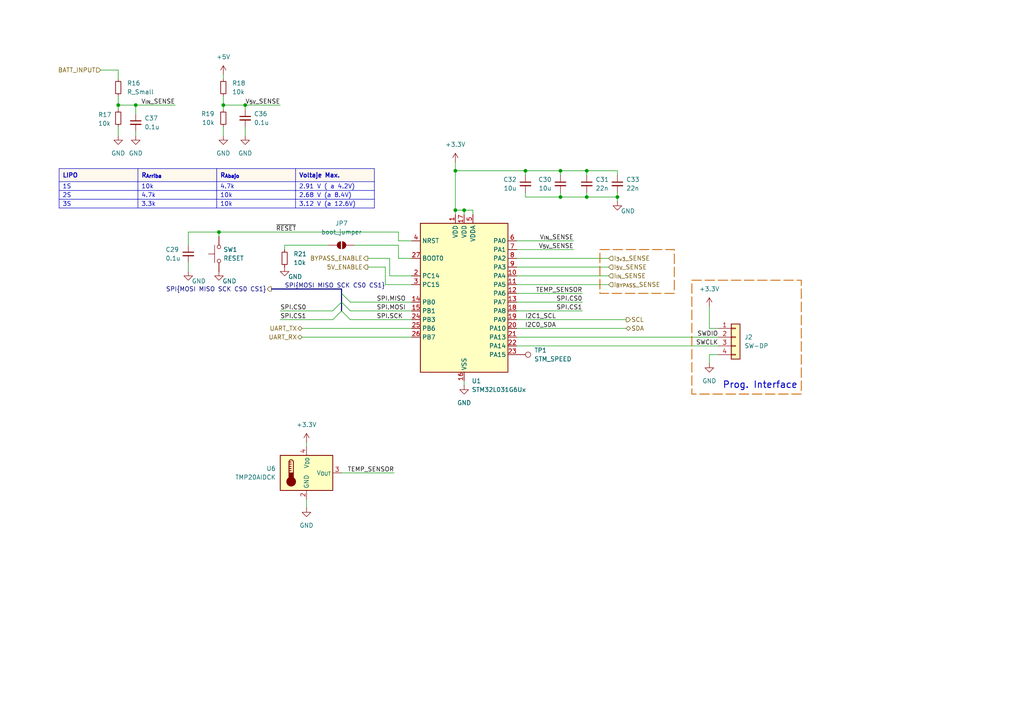
<source format=kicad_sch>
(kicad_sch (version 20250114) (generator "eeschema") (generator_version "9.0")
  (paper "A4")
  (lib_symbols
    (symbol "Connector:TestPoint" (pin_numbers (hide yes)) (pin_names (offset 0.762) (hide yes))
      (property "Reference" "TP" (at 0 6.858 0))
      (property "Value" "TestPoint" (at 0 5.08 0))
      (symbol "TestPoint_0_1"
        (circle (center 0 3.302) (radius 0.762))
      )
      (symbol "TestPoint_1_1"
        (pin passive line (at 0 0 90) (length 2.54) (name "1") (number "1"))
      )
    )
    (symbol "Connector_Generic:Conn_01x04" (pin_names (offset 1.016) (hide yes))
      (property "Reference" "J" (at 0 5.08 0))
      (property "Value" "Conn_01x04" (at 0 -7.62 0))
      (symbol "Conn_01x04_1_1"
        (rectangle (start -1.27 3.81) (end 1.27 -6.35) (stroke (width 0.254)) (fill (type background)))
        (rectangle (start -1.27 2.667) (end 0 2.413) (stroke (width 0.1524)))
        (rectangle (start -1.27 0.127) (end 0 -0.127) (stroke (width 0.1524)))
        (rectangle (start -1.27 -2.413) (end 0 -2.667) (stroke (width 0.1524)))
        (rectangle (start -1.27 -4.953) (end 0 -5.207) (stroke (width 0.1524)))
        (pin passive line (at -5.08 2.54 0) (length 3.81) (name "Pin_1") (number "1"))
        (pin passive line (at -5.08 0 0) (length 3.81) (name "Pin_2") (number "2"))
        (pin passive line (at -5.08 -2.54 0) (length 3.81) (name "Pin_3") (number "3"))
        (pin passive line (at -5.08 -5.08 0) (length 3.81) (name "Pin_4") (number "4"))
      )
    )
    (symbol "Device:C_Small" (pin_numbers (hide yes)) (pin_names (offset 0.254) (hide yes))
      (property "Reference" "C" (at 0.254 1.778 0))
      (property "Value" "C_Small" (at 0.254 -2.032 0))
      (symbol "C_Small_0_1"
        (polyline (pts (xy -1.524 0.508) (xy 1.524 0.508)) (stroke (width 0.3048)))
        (polyline (pts (xy -1.524 -0.508) (xy 1.524 -0.508)) (stroke (width 0.3302)))
      )
      (symbol "C_Small_1_1"
        (pin passive line (at 0 2.54 270) (length 2.032) (name "~") (number "1"))
        (pin passive line (at 0 -2.54 90) (length 2.032) (name "~") (number "2"))
      )
    )
    (symbol "Device:R_Small" (pin_numbers (hide yes)) (pin_names (offset 0.254) (hide yes))
      (property "Reference" "R" (at 0.762 0.508 0))
      (property "Value" "R_Small" (at 0.762 -1.016 0))
      (symbol "R_Small_0_1"
        (rectangle (start -0.762 1.778) (end 0.762 -1.778) (stroke (width 0.2032)))
      )
      (symbol "R_Small_1_1"
        (pin passive line (at 0 2.54 270) (length 0.762) (name "~") (number "1"))
        (pin passive line (at 0 -2.54 90) (length 0.762) (name "~") (number "2"))
      )
    )
    (symbol "Jumper:SolderJumper_2_Open" (pin_numbers (hide yes)) (pin_names (offset 0) (hide yes)) (exclude_from_sim yes) (in_bom no)
      (property "Reference" "JP" (at 0 2.032 0))
      (property "Value" "SolderJumper_2_Open" (at 0 -2.54 0))
      (symbol "SolderJumper_2_Open_0_1"
        (polyline (pts (xy -0.254 1.016) (xy -0.254 -1.016)))
        (arc (start -0.254 -1.016) (mid -1.2656 0) (end -0.254 1.016))
        (arc (start -0.254 -1.016) (mid -1.2656 0) (end -0.254 1.016) (fill (type outline)))
        (arc (start 0.254 1.016) (mid 1.2656 0) (end 0.254 -1.016))
        (arc (start 0.254 1.016) (mid 1.2656 0) (end 0.254 -1.016) (fill (type outline)))
        (polyline (pts (xy 0.254 1.016) (xy 0.254 -1.016)))
      )
      (symbol "SolderJumper_2_Open_1_1"
        (pin passive line (at -3.81 0 0) (length 2.54) (name "A") (number "1"))
        (pin passive line (at 3.81 0 180) (length 2.54) (name "B") (number "2"))
      )
    )
    (symbol "MCU_ST_STM32L0:STM32L031G6Ux"
      (property "Reference" "U" (at -12.7 24.13 0))
      (property "Value" "STM32L031G6Ux" (at 5.08 24.13 0))
      (symbol "STM32L031G6Ux_0_1"
        (rectangle (start -12.7 -20.32) (end 12.7 22.86) (stroke (width 0.254)) (fill (type background)))
      )
      (symbol "STM32L031G6Ux_1_1"
        (pin input line (at -15.24 17.78 0) (length 2.54) (name "NRST") (number "4"))
        (pin input line (at -15.24 12.7 0) (length 2.54) (name "BOOT0") (number "27"))
        (pin bidirectional line (at -15.24 7.62 0) (length 2.54) (name "PC14") (number "2"))
        (pin bidirectional line (at -15.24 5.08 0) (length 2.54) (name "PC15") (number "3"))
        (pin bidirectional line (at -15.24 0 0) (length 2.54) (name "PB0") (number "14"))
        (pin bidirectional line (at -15.24 -2.54 0) (length 2.54) (name "PB1") (number "15"))
        (pin bidirectional line (at -15.24 -5.08 0) (length 2.54) (name "PB3") (number "24"))
        (pin bidirectional line (at -15.24 -7.62 0) (length 2.54) (name "PB6") (number "25"))
        (pin bidirectional line (at -15.24 -10.16 0) (length 2.54) (name "PB7") (number "26"))
        (pin power_in line (at -2.54 25.4 270) (length 2.54) (name "VDD") (number "1"))
        (pin power_in line (at 0 25.4 270) (length 2.54) (name "VDD") (number "17"))
        (pin power_in line (at 0 -22.86 90) (length 2.54) (name "VSS") (number "16"))
        (pin passive line (at 0 -22.86 90) (length 2.54) (hide yes) (name "VSS") (number "28"))
        (pin power_in line (at 2.54 25.4 270) (length 2.54) (name "VDDA") (number "5"))
        (pin bidirectional line (at 15.24 17.78 180) (length 2.54) (name "PA0") (number "6"))
        (pin bidirectional line (at 15.24 15.24 180) (length 2.54) (name "PA1") (number "7"))
        (pin bidirectional line (at 15.24 12.7 180) (length 2.54) (name "PA2") (number "8"))
        (pin bidirectional line (at 15.24 10.16 180) (length 2.54) (name "PA3") (number "9"))
        (pin bidirectional line (at 15.24 7.62 180) (length 2.54) (name "PA4") (number "10"))
        (pin bidirectional line (at 15.24 5.08 180) (length 2.54) (name "PA5") (number "11"))
        (pin bidirectional line (at 15.24 2.54 180) (length 2.54) (name "PA6") (number "12"))
        (pin bidirectional line (at 15.24 0 180) (length 2.54) (name "PA7") (number "13"))
        (pin bidirectional line (at 15.24 -2.54 180) (length 2.54) (name "PA8") (number "18"))
        (pin bidirectional line (at 15.24 -5.08 180) (length 2.54) (name "PA9") (number "19"))
        (pin bidirectional line (at 15.24 -7.62 180) (length 2.54) (name "PA10") (number "20"))
        (pin bidirectional line (at 15.24 -10.16 180) (length 2.54) (name "PA13") (number "21"))
        (pin bidirectional line (at 15.24 -12.7 180) (length 2.54) (name "PA14") (number "22"))
        (pin bidirectional line (at 15.24 -15.24 180) (length 2.54) (name "PA15") (number "23"))
      )
    )
    (symbol "Sensor_Temperature:TMP20AIDCK"
      (property "Reference" "U" (at -6.35 6.35 0))
      (property "Value" "TMP20AIDCK" (at 1.27 6.35 0))
      (symbol "TMP20AIDCK_0_1"
        (rectangle (start -7.62 5.08) (end 7.62 -5.08) (stroke (width 0.254)) (fill (type background)))
        (polyline (pts (xy -5.08 3.175) (xy -5.08 0)) (stroke (width 0.254)))
        (polyline (pts (xy -5.08 3.175) (xy -4.445 3.175)) (stroke (width 0.254)))
        (polyline (pts (xy -5.08 2.54) (xy -4.445 2.54)) (stroke (width 0.254)))
        (polyline (pts (xy -5.08 1.905) (xy -4.445 1.905)) (stroke (width 0.254)))
        (polyline (pts (xy -5.08 1.27) (xy -4.445 1.27)) (stroke (width 0.254)))
        (polyline (pts (xy -5.08 0.635) (xy -4.445 0.635)) (stroke (width 0.254)))
        (arc (start -5.08 3.175) (mid -4.445 3.8073) (end -3.81 3.175) (stroke (width 0.254)))
        (circle (center -4.445 -2.54) (radius 1.27) (stroke (width 0.254)) (fill (type outline)))
        (polyline (pts (xy -3.81 3.175) (xy -3.81 0)) (stroke (width 0.254)))
        (rectangle (start -3.81 -1.905) (end -5.08 0) (stroke (width 0.254)) (fill (type outline)))
      )
      (symbol "TMP20AIDCK_1_1"
        (pin power_in line (at 0 7.62 270) (length 2.54) (name "V_{DD}") (number "4"))
        (pin power_in line (at 0 -7.62 90) (length 2.54) (name "GND") (number "2"))
        (pin passive line (at 0 -7.62 90) (length 2.54) (hide yes) (name "GND") (number "5"))
        (pin output line (at 10.16 0 180) (length 2.54) (name "V_{OUT}") (number "3"))
        (pin no_connect line (at 10.16 -2.54 180) (length 2.54) (hide yes) (name "NC") (number "1"))
      )
    )
    (symbol "Switch:SW_Push" (pin_numbers (hide yes)) (pin_names (offset 1.016) (hide yes))
      (property "Reference" "SW" (at 1.27 2.54 0))
      (property "Value" "SW_Push" (at 0 -1.524 0))
      (symbol "SW_Push_0_1"
        (circle (center -2.032 0) (radius 0.508))
        (polyline (pts (xy 0 1.27) (xy 0 3.048)))
        (circle (center 2.032 0) (radius 0.508))
        (polyline (pts (xy 2.54 1.27) (xy -2.54 1.27)))
        (pin passive line (at -5.08 0 0) (length 2.54) (name "1") (number "1"))
        (pin passive line (at 5.08 0 180) (length 2.54) (name "2") (number "2"))
      )
    )
    (symbol "power:+3.3V" (power) (pin_numbers (hide yes)) (pin_names (offset 0) (hide yes))
      (property "Value" "+3.3V" (at 0 3.556 0))
      (symbol "+3.3V_0_1"
        (polyline (pts (xy -0.762 1.27) (xy 0 2.54)))
        (polyline (pts (xy 0 2.54) (xy 0.762 1.27)))
        (polyline (pts (xy 0 0) (xy 0 2.54)))
      )
      (symbol "+3.3V_1_1"
        (pin power_in line (at 0 0 90) (length 0) (name "~") (number "1"))
      )
    )
    (symbol "power:+5V" (power) (pin_numbers (hide yes)) (pin_names (offset 0) (hide yes))
      (property "Value" "+5V" (at 0 3.556 0))
      (symbol "+5V_0_1"
        (polyline (pts (xy -0.762 1.27) (xy 0 2.54)))
        (polyline (pts (xy 0 2.54) (xy 0.762 1.27)))
        (polyline (pts (xy 0 0) (xy 0 2.54)))
      )
      (symbol "+5V_1_1"
        (pin power_in line (at 0 0 90) (length 0) (name "~") (number "1"))
      )
    )
    (symbol "power:GND" (power) (pin_numbers (hide yes)) (pin_names (offset 0) (hide yes))
      (property "Value" "GND" (at 0 -3.81 0))
      (symbol "GND_0_1"
        (polyline (pts (xy 0 0) (xy 0 -1.27) (xy 1.27 -1.27) (xy 0 -2.54) (xy -1.27 -1.27) (xy 0 -1.27)))
      )
      (symbol "GND_1_1"
        (pin power_in line (at 0 0 270) (length 0) (name "~") (number "1"))
      )
    )
  )
  (rectangle (start 200.66 81.28) (end 232.41 114.3) (stroke (width 0.254) (type dash) (color 204 102 0 1)))
  (rectangle (start 173.99 72.39) (end 195.58 85.09) (stroke (width 0.254) (type dash) (color 204 102 0 1)))
  (text "Prog. Interface" (at 220.472 111.76 0) (effects (font (size 1.905 1.905) (thickness 0.254) (bold yes))))
  (junction (at 170.18 57.15))
  (junction (at 152.4 49.53))
  (junction (at 64.77 30.48))
  (junction (at 162.56 57.15))
  (junction (at 39.37 30.48))
  (junction (at 63.5 67.31))
  (junction (at 170.18 49.53))
  (junction (at 162.56 49.53))
  (junction (at 71.12 30.48))
  (junction (at 132.08 60.96))
  (junction (at 134.62 60.96))
  (junction (at 179.07 57.15))
  (junction (at 132.08 49.53))
  (junction (at 34.29 30.48))
  (bus_entry (at 99.06 87.63) (size 2.54 2.54))
  (bus_entry (at 96.52 92.71) (size 2.54 -2.54))
  (bus_entry (at 99.06 85.09) (size 2.54 2.54))
  (bus_entry (at 96.52 90.17) (size 2.54 -2.54))
  (bus_entry (at 99.06 90.17) (size 2.54 2.54))
  (wire (pts (xy 137.16 62.23) (xy 137.16 60.96)))
  (wire (pts (xy 39.37 30.48) (xy 50.8 30.48)))
  (wire (pts (xy 71.12 30.48) (xy 71.12 31.75)))
  (wire (pts (xy 54.61 71.12) (xy 54.61 67.31)))
  (wire (pts (xy 134.62 110.49) (xy 134.62 111.76)))
  (wire (pts (xy 132.08 60.96) (xy 132.08 62.23)))
  (wire (pts (xy 137.16 60.96) (xy 134.62 60.96)))
  (wire (pts (xy 149.86 97.79) (xy 208.28 97.79)))
  (wire (pts (xy 132.08 49.53) (xy 152.4 49.53)))
  (wire (pts (xy 208.28 102.87) (xy 205.74 102.87)))
  (wire (pts (xy 179.07 49.53) (xy 179.07 50.8)))
  (wire (pts (xy 149.86 69.85) (xy 166.37 69.85)))
  (wire (pts (xy 88.9 144.78) (xy 88.9 147.32)))
  (wire (pts (xy 115.57 69.85) (xy 115.57 67.31)))
  (wire (pts (xy 87.63 97.79) (xy 119.38 97.79)))
  (wire (pts (xy 149.86 74.93) (xy 176.53 74.93)))
  (wire (pts (xy 134.62 60.96) (xy 132.08 60.96)))
  (wire (pts (xy 111.76 82.55) (xy 119.38 82.55)))
  (wire (pts (xy 96.52 90.17) (xy 81.28 90.17)))
  (wire (pts (xy 162.56 55.88) (xy 162.56 57.15)))
  (wire (pts (xy 132.08 49.53) (xy 132.08 60.96)))
  (wire (pts (xy 82.55 72.39) (xy 82.55 71.12)))
  (wire (pts (xy 170.18 49.53) (xy 179.07 49.53)))
  (wire (pts (xy 149.86 72.39) (xy 166.37 72.39)))
  (wire (pts (xy 39.37 30.48) (xy 39.37 33.02)))
  (wire (pts (xy 113.03 80.01) (xy 113.03 74.93)))
  (wire (pts (xy 102.87 71.12) (xy 115.57 71.12)))
  (wire (pts (xy 149.86 80.01) (xy 176.53 80.01)))
  (wire (pts (xy 149.86 100.33) (xy 208.28 100.33)))
  (bus (pts (xy 99.06 87.63) (xy 99.06 85.09)))
  (wire (pts (xy 71.12 30.48) (xy 81.28 30.48)))
  (wire (pts (xy 54.61 76.2) (xy 54.61 78.74)))
  (wire (pts (xy 64.77 27.94) (xy 64.77 30.48)))
  (wire (pts (xy 149.86 95.25) (xy 181.61 95.25)))
  (wire (pts (xy 34.29 30.48) (xy 39.37 30.48)))
  (wire (pts (xy 87.63 95.25) (xy 119.38 95.25)))
  (wire (pts (xy 64.77 21.59) (xy 64.77 22.86)))
  (wire (pts (xy 208.28 95.25) (xy 205.74 95.25)))
  (wire (pts (xy 64.77 36.83) (xy 64.77 39.37)))
  (wire (pts (xy 106.68 74.93) (xy 113.03 74.93)))
  (wire (pts (xy 34.29 36.83) (xy 34.29 39.37)))
  (wire (pts (xy 29.21 20.32) (xy 34.29 20.32)))
  (wire (pts (xy 152.4 49.53) (xy 162.56 49.53)))
  (wire (pts (xy 101.6 90.17) (xy 119.38 90.17)))
  (wire (pts (xy 71.12 36.83) (xy 71.12 39.37)))
  (wire (pts (xy 34.29 30.48) (xy 34.29 31.75)))
  (wire (pts (xy 149.86 85.09) (xy 168.91 85.09)))
  (wire (pts (xy 170.18 57.15) (xy 179.07 57.15)))
  (wire (pts (xy 39.37 38.1) (xy 39.37 39.37)))
  (wire (pts (xy 99.06 137.16) (xy 114.3 137.16)))
  (wire (pts (xy 64.77 30.48) (xy 64.77 31.75)))
  (wire (pts (xy 162.56 49.53) (xy 170.18 49.53)))
  (wire (pts (xy 115.57 74.93) (xy 119.38 74.93)))
  (wire (pts (xy 88.9 128.27) (xy 88.9 129.54)))
  (wire (pts (xy 64.77 30.48) (xy 71.12 30.48)))
  (wire (pts (xy 152.4 55.88) (xy 152.4 57.15)))
  (wire (pts (xy 81.28 92.71) (xy 96.52 92.71)))
  (wire (pts (xy 149.86 77.47) (xy 176.53 77.47)))
  (wire (pts (xy 101.6 87.63) (xy 119.38 87.63)))
  (wire (pts (xy 170.18 55.88) (xy 170.18 57.15)))
  (wire (pts (xy 106.68 77.47) (xy 111.76 77.47)))
  (wire (pts (xy 115.57 67.31) (xy 63.5 67.31)))
  (wire (pts (xy 34.29 27.94) (xy 34.29 30.48)))
  (bus (pts (xy 99.06 87.63) (xy 99.06 90.17)))
  (wire (pts (xy 115.57 71.12) (xy 115.57 74.93)))
  (wire (pts (xy 54.61 67.31) (xy 63.5 67.31)))
  (wire (pts (xy 205.74 88.9) (xy 205.74 95.25)))
  (wire (pts (xy 63.5 67.31) (xy 63.5 68.58)))
  (wire (pts (xy 134.62 62.23) (xy 134.62 60.96)))
  (wire (pts (xy 119.38 80.01) (xy 113.03 80.01)))
  (wire (pts (xy 179.07 57.15) (xy 179.07 58.42)))
  (wire (pts (xy 170.18 49.53) (xy 170.18 50.8)))
  (wire (pts (xy 149.86 87.63) (xy 168.91 87.63)))
  (bus (pts (xy 78.74 83.82) (xy 99.06 83.82)))
  (wire (pts (xy 119.38 69.85) (xy 115.57 69.85)))
  (wire (pts (xy 179.07 55.88) (xy 179.07 57.15)))
  (wire (pts (xy 101.6 92.71) (xy 119.38 92.71)))
  (wire (pts (xy 34.29 20.32) (xy 34.29 22.86)))
  (wire (pts (xy 152.4 57.15) (xy 162.56 57.15)))
  (wire (pts (xy 111.76 77.47) (xy 111.76 82.55)))
  (wire (pts (xy 149.86 90.17) (xy 168.91 90.17)))
  (wire (pts (xy 152.4 49.53) (xy 152.4 50.8)))
  (wire (pts (xy 149.86 92.71) (xy 181.61 92.71)))
  (bus (pts (xy 99.06 83.82) (xy 99.06 85.09)))
  (wire (pts (xy 205.74 102.87) (xy 205.74 105.41)))
  (wire (pts (xy 162.56 57.15) (xy 170.18 57.15)))
  (wire (pts (xy 132.08 46.99) (xy 132.08 49.53)))
  (wire (pts (xy 82.55 71.12) (xy 95.25 71.12)))
  (wire (pts (xy 162.56 50.8) (xy 162.56 49.53)))
  (wire (pts (xy 149.86 82.55) (xy 176.53 82.55)))
  (table (column_count 4) (border (external yes) (header yes) (stroke (width 0.0254))) (separators (rows yes) (cols yes)) (column_widths 22.86 22.86 22.86 22.86) (row_heights 3.81 2.54 2.54 2.54) (cells (table_cell "LIPO" (at 17.145 48.895 0) (size 22.86 3.81) (margins 0.9525 0.9525 0.9525 0.9525) (span 1 1) (fill (type color) (color 255 235 201 0.33))) (table_cell "R_{Arriba}" (at 40.005 48.895 0) (size 22.86 3.81) (margins 0.9525 0.9525 0.9525 0.9525) (span 1 1) (fill (type color) (color 255 235 201 0.33))) (table_cell "R_{Abajo}" (at 62.865 48.895 0) (size 22.86 3.81) (margins 0.9525 0.9525 0.9525 0.9525) (span 1 1) (fill (type color) (color 255 235 201 0.33))) (table_cell "Voltaje Max." (at 85.725 48.895 0) (size 22.86 3.81) (margins 0.9525 0.9525 0.9525 0.9525) (span 1 1) (fill (type color) (color 255 235 201 0.33))) (table_cell "1S" (at 17.145 52.705 0) (size 22.86 2.54) (margins 0.9525 0.9525 0.9525 0.9525) (span 1 1)) (table_cell "10k" (at 40.005 52.705 0) (size 22.86 2.54) (margins 0.9525 0.9525 0.9525 0.9525) (span 1 1)) (table_cell "4.7k" (at 62.865 52.705 0) (size 22.86 2.54) (margins 0.9525 0.9525 0.9525 0.9525) (span 1 1)) (table_cell "2.91 V ( a 4.2V)" (at 85.725 52.705 0) (size 22.86 2.54) (margins 0.9525 0.9525 0.9525 0.9525) (span 1 1)) (table_cell "2S" (at 17.145 55.245 0) (size 22.86 2.54) (margins 0.9525 0.9525 0.9525 0.9525) (span 1 1)) (table_cell "4.7k" (at 40.005 55.245 0) (size 22.86 2.54) (margins 0.9525 0.9525 0.9525 0.9525) (span 1 1)) (table_cell "10k" (at 62.865 55.245 0) (size 22.86 2.54) (margins 0.9525 0.9525 0.9525 0.9525) (span 1 1)) (table_cell "2.68 V (a 8.4V)" (at 85.725 55.245 0) (size 22.86 2.54) (margins 0.9525 0.9525 0.9525 0.9525) (span 1 1)) (table_cell "3S" (at 17.145 57.785 0) (size 22.86 2.54) (margins 0.9525 0.9525 0.9525 0.9525) (span 1 1)) (table_cell "3.3k" (at 40.005 57.785 0) (size 22.86 2.54) (margins 0.9525 0.9525 0.9525 0.9525) (span 1 1)) (table_cell "10k" (at 62.865 57.785 0) (size 22.86 2.54) (margins 0.9525 0.9525 0.9525 0.9525) (span 1 1)) (table_cell "3.12 V (a 12.6V)" (at 85.725 57.785 0) (size 22.86 2.54) (margins 0.9525 0.9525 0.9525 0.9525) (span 1 1))))
  (label "V_{5V}_SENSE" (at 166.37 72.39 180))
  (label "I2C0_SDA" (at 161.29 95.25 180))
  (label "TEMP_SENSOR" (at 168.91 85.09 180))
  (label "SWCLK" (at 208.28 100.33 180))
  (label "SWDIO" (at 208.28 97.79 180))
  (label "V_{IN}_SENSE" (at 166.37 69.85 180))
  (label "I2C1_SCL" (at 161.29 92.71 180))
  (label "SPI{MOSI MISO SCK CS0 CS1}" (at 82.55 83.82 0))
  (label "SPI.MOSI" (at 109.22 90.17 0))
  (label "TEMP_SENSOR" (at 114.3 137.16 180))
  (label "SPI.MISO" (at 109.22 87.63 0))
  (label "V_{5V}_SENSE" (at 81.28 30.48 180))
  (label "SPI.CS0" (at 168.91 87.63 180))
  (label "SPI.CS0" (at 81.28 90.17 0))
  (label "V_{IN}_SENSE" (at 50.8 30.48 180))
  (label "~{RESET}" (at 80.01 67.31 0))
  (label "SPI.SCK" (at 109.22 92.71 0))
  (label "SPI.CS1" (at 168.91 90.17 180))
  (label "SPI.CS1" (at 81.28 92.71 0))
  (hierarchical_label "I_{IN}_SENSE" (shape input) (at 176.53 80.01 0))
  (hierarchical_label "5V_ENABLE" (shape output) (at 106.68 77.47 180))
  (hierarchical_label "I_{3v3}_SENSE" (shape input) (at 176.53 74.93 0))
  (hierarchical_label "SCL" (shape output) (at 181.61 92.71 0))
  (hierarchical_label "UART_TX" (shape bidirectional) (at 87.63 95.25 180))
  (hierarchical_label "SPI{MOSI MISO SCK CS0 CS1}" (shape output) (at 78.74 83.82 180))
  (hierarchical_label "BATT_INPUT" (shape input) (at 29.21 20.32 180))
  (hierarchical_label "I_{BYPASS}_SENSE" (shape input) (at 176.53 82.55 0))
  (hierarchical_label "BYPASS_ENABLE" (shape output) (at 106.68 74.93 180))
  (hierarchical_label "I_{5V}_SENSE" (shape input) (at 176.53 77.47 0))
  (hierarchical_label "UART_RX" (shape bidirectional) (at 87.63 97.79 180))
  (hierarchical_label "SDA" (shape bidirectional) (at 181.61 95.25 0))
  (symbol (lib_id "power:+3.3V") (at 88.9 128.27 0) (unit 1)
    (property "Reference" "#PWR053" (effects (hide yes)))
    (property "Value" "+3.3V" (at 88.9 123.19 0))
    (property "Description" "Power symbol creates a global label with name \"+3.3V\"" (effects (hide yes)))
  )
  (symbol (lib_id "power:+3.3V") (at 205.74 88.9 0) (unit 1)
    (property "Reference" "#PWR042" (effects (hide yes)))
    (property "Value" "+3.3V" (at 205.74 83.82 0))
    (property "Description" "Power symbol creates a global label with name \"+3.3V\"" (effects (hide yes)))
  )
  (symbol (lib_id "Device:C_Small") (at 71.12 34.29 0) (unit 1)
    (property "Reference" "C36" (at 73.66 33.0262 0) (effects (justify left)))
    (property "Value" "0.1u" (at 73.66 35.5662 0) (effects (justify left)))
    (property "Footprint" "Capacitor_SMD:C_0603_1608Metric_Pad1.08x0.95mm_HandSolder" (effects (hide yes)))
    (property "Description" "Unpolarized capacitor, small symbol" (effects (hide yes)))
  )
  (symbol (lib_id "Device:C_Small") (at 179.07 53.34 0) (unit 1)
    (property "Reference" "C33" (at 181.61 52.0762 0) (effects (justify left)))
    (property "Value" "22n" (at 181.61 54.6162 0) (effects (justify left)))
    (property "Footprint" "Capacitor_SMD:C_0603_1608Metric_Pad1.08x0.95mm_HandSolder" (effects (hide yes)))
    (property "Description" "Unpolarized capacitor, small symbol" (effects (hide yes)))
  )
  (symbol (lib_id "Device:R_Small") (at 64.77 34.29 180) (unit 1)
    (property "Reference" "R19" (at 62.23 33.0199 0) (effects (justify left)))
    (property "Value" "10k" (at 62.23 35.5599 0) (effects (justify left)))
    (property "Footprint" "Resistor_SMD:R_0603_1608Metric_Pad0.98x0.95mm_HandSolder" (effects (hide yes)))
    (property "Description" "Resistor, small symbol" (effects (hide yes)))
  )
  (symbol (lib_id "Device:R_Small") (at 82.55 74.93 180) (unit 1)
    (property "Reference" "R21" (at 85.09 73.6599 0) (effects (justify right)))
    (property "Value" "10k" (at 85.09 76.1999 0) (effects (justify right)))
    (property "Footprint" "Resistor_SMD:R_0603_1608Metric_Pad0.98x0.95mm_HandSolder" (effects (hide yes)))
    (property "Description" "Resistor, small symbol" (effects (hide yes)))
  )
  (symbol (lib_id "Device:C_Small") (at 162.56 53.34 0) (unit 1)
    (property "Reference" "C30" (at 160.02 52.0762 0) (effects (justify right)))
    (property "Value" "10u" (at 160.02 54.6162 0) (effects (justify right)))
    (property "Footprint" "Capacitor_SMD:C_0603_1608Metric_Pad1.08x0.95mm_HandSolder" (effects (hide yes)))
    (property "Description" "Unpolarized capacitor, small symbol" (effects (hide yes)))
  )
  (symbol (lib_id "power:GND") (at 82.55 77.47 0) (unit 1)
    (property "Reference" "#PWR048" (effects (hide yes)))
    (property "Value" "GND" (at 85.598 80.264 0))
    (property "Description" "Power symbol creates a global label with name \"GND\" , ground" (effects (hide yes)))
  )
  (symbol (lib_id "power:GND") (at 63.5 78.74 0) (unit 1)
    (property "Reference" "#PWR045" (effects (hide yes)))
    (property "Value" "GND" (at 66.548 81.534 0))
    (property "Description" "Power symbol creates a global label with name \"GND\" , ground" (effects (hide yes)))
  )
  (symbol (lib_id "power:GND") (at 39.37 39.37 0) (unit 1)
    (property "Reference" "#PWR049" (effects (hide yes)))
    (property "Value" "GND" (at 39.37 44.45 0))
    (property "Description" "Power symbol creates a global label with name \"GND\" , ground" (effects (hide yes)))
  )
  (symbol (lib_id "power:GND") (at 205.74 105.41 0) (unit 1)
    (property "Reference" "#PWR043" (effects (hide yes)))
    (property "Value" "GND" (at 205.74 110.49 0))
    (property "Description" "Power symbol creates a global label with name \"GND\" , ground" (effects (hide yes)))
  )
  (symbol (lib_id "power:+3.3V") (at 132.08 46.99 0) (unit 1)
    (property "Reference" "#PWR09" (effects (hide yes)))
    (property "Value" "+3.3V" (at 132.08 41.91 0))
    (property "Description" "Power symbol creates a global label with name \"+3.3V\"" (effects (hide yes)))
  )
  (symbol (lib_id "Device:R_Small") (at 64.77 25.4 180) (unit 1)
    (property "Reference" "R18" (at 67.31 24.1299 0) (effects (justify right)))
    (property "Value" "10k" (at 67.31 26.6699 0) (effects (justify right)))
    (property "Footprint" "Resistor_SMD:R_0603_1608Metric_Pad0.98x0.95mm_HandSolder" (effects (hide yes)))
    (property "Description" "Resistor, small symbol" (effects (hide yes)))
  )
  (symbol (lib_id "Device:C_Small") (at 170.18 53.34 0) (unit 1)
    (property "Reference" "C31" (at 172.72 52.0762 0) (effects (justify left)))
    (property "Value" "22n" (at 172.72 54.6162 0) (effects (justify left)))
    (property "Footprint" "Capacitor_SMD:C_0603_1608Metric_Pad1.08x0.95mm_HandSolder" (effects (hide yes)))
    (property "Description" "Unpolarized capacitor, small symbol" (effects (hide yes)))
  )
  (symbol (lib_id "power:GND") (at 179.07 58.42 0) (unit 1)
    (property "Reference" "#PWR047" (effects (hide yes)))
    (property "Value" "GND" (at 182.118 61.214 0))
    (property "Description" "Power symbol creates a global label with name \"GND\" , ground" (effects (hide yes)))
  )
  (symbol (lib_id "Device:C_Small") (at 152.4 53.34 0) (unit 1)
    (property "Reference" "C32" (at 149.86 52.0762 0) (effects (justify right)))
    (property "Value" "10u" (at 149.86 54.6162 0) (effects (justify right)))
    (property "Footprint" "Capacitor_SMD:C_0603_1608Metric_Pad1.08x0.95mm_HandSolder" (effects (hide yes)))
    (property "Description" "Unpolarized capacitor, small symbol" (effects (hide yes)))
  )
  (symbol (lib_id "Sensor_Temperature:TMP20AIDCK") (at 88.9 137.16 0) (unit 1)
    (property "Reference" "U6" (at 80.01 135.8899 0) (effects (justify right)))
    (property "Value" "TMP20AIDCK" (at 80.01 138.4299 0) (effects (justify right)))
    (property "Footprint" "Package_TO_SOT_SMD:SOT-353_SC-70-5" (effects (hide yes)))
    (property "Datasheet" "http://www.ti.com/lit/ds/symlink/tmp20.pdf" (effects (hide yes)))
    (property "Description" "Analog thermistor temperature sensor, ±2.5C accuracy, -55C to +130C, SC-70-5" (effects (hide yes)))
  )
  (symbol (lib_id "MCU_ST_STM32L0:STM32L031G6Ux") (at 134.62 87.63 0) (unit 1)
    (property "Reference" "U1" (at 136.8141 110.49 0) (effects (justify left)))
    (property "Value" "STM32L031G6Ux" (at 136.8141 113.03 0) (effects (justify left)))
    (property "Footprint" "Package_DFN_QFN:QFN-28_4x4mm_P0.5mm" (effects (hide yes)))
    (property "Datasheet" "https://www.st.com/resource/en/datasheet/stm32l031g6.pdf" (effects (hide yes)))
    (property "Description" "STMicroelectronics Arm Cortex-M0+ MCU, 32KB flash, 8KB RAM, 32 MHz, 1.65-3.6V, 21 GPIO, UFQFPN28" (effects (hide yes)))
  )
  (symbol (lib_id "Device:R_Small") (at 34.29 34.29 180) (unit 1)
    (property "Reference" "R17" (at 28.448 33.274 0) (effects (justify right)))
    (property "Value" "10k" (at 28.448 35.814 0) (effects (justify right)))
    (property "Footprint" "Resistor_SMD:R_0603_1608Metric_Pad0.98x0.95mm_HandSolder" (effects (hide yes)))
    (property "Description" "Resistor, small symbol" (effects (hide yes)))
  )
  (symbol (lib_id "power:GND") (at 54.61 78.74 0) (unit 1)
    (property "Reference" "#PWR046" (effects (hide yes)))
    (property "Value" "GND" (at 57.658 81.534 0))
    (property "Description" "Power symbol creates a global label with name \"GND\" , ground" (effects (hide yes)))
  )
  (symbol (lib_id "power:GND") (at 134.62 111.76 0) (unit 1)
    (property "Reference" "#PWR01" (effects (hide yes)))
    (property "Value" "GND" (at 134.62 116.84 0))
    (property "Description" "Power symbol creates a global label with name \"GND\" , ground" (effects (hide yes)))
  )
  (symbol (lib_id "Device:C_Small") (at 54.61 73.66 0) (unit 1)
    (property "Reference" "C29" (at 48.006 72.39 0) (effects (justify left)))
    (property "Value" "0.1u" (at 48.006 74.93 0) (effects (justify left)))
    (property "Footprint" "Capacitor_SMD:C_0603_1608Metric_Pad1.08x0.95mm_HandSolder" (effects (hide yes)))
    (property "Description" "Unpolarized capacitor, small symbol" (effects (hide yes)))
  )
  (symbol (lib_id "power:GND") (at 88.9 147.32 0) (unit 1)
    (property "Reference" "#PWR051" (effects (hide yes)))
    (property "Value" "GND" (at 88.9 152.4 0))
    (property "Description" "Power symbol creates a global label with name \"GND\" , ground" (effects (hide yes)))
  )
  (symbol (lib_id "power:GND") (at 71.12 39.37 0) (unit 1)
    (property "Reference" "#PWR050" (effects (hide yes)))
    (property "Value" "GND" (at 71.12 44.45 0))
    (property "Description" "Power symbol creates a global label with name \"GND\" , ground" (effects (hide yes)))
  )
  (symbol (lib_id "Connector_Generic:Conn_01x04") (at 213.36 97.79 0) (unit 1)
    (property "Reference" "J2" (at 215.9 97.7899 0) (effects (justify left)))
    (property "Value" "SW-DP" (at 215.9 100.3299 0) (effects (justify left)))
    (property "Footprint" "Connector_PinHeader_2.54mm:PinHeader_1x04_P2.54mm_Vertical" (effects (hide yes)))
    (property "Description" "Generic connector, single row, 01x04, script generated (kicad-library-utils/schlib/autogen/connector/)" (effects (hide yes)))
  )
  (symbol (lib_id "Device:C_Small") (at 39.37 35.56 0) (unit 1)
    (property "Reference" "C37" (at 41.91 34.2962 0) (effects (justify left)))
    (property "Value" "0.1u" (at 41.91 36.8362 0) (effects (justify left)))
    (property "Footprint" "Capacitor_SMD:C_0603_1608Metric_Pad1.08x0.95mm_HandSolder" (effects (hide yes)))
    (property "Description" "Unpolarized capacitor, small symbol" (effects (hide yes)))
  )
  (symbol (lib_id "Device:R_Small") (at 34.29 25.4 180) (unit 1)
    (property "Reference" "R16" (at 36.83 24.1299 0) (effects (justify right)))
    (property "Value" "R_Small" (at 36.83 26.6699 0) (effects (justify right)))
    (property "Footprint" "Resistor_SMD:R_0603_1608Metric_Pad0.98x0.95mm_HandSolder" (effects (hide yes)))
    (property "Description" "Resistor, small symbol" (effects (hide yes)))
  )
  (symbol (lib_id "power:GND") (at 34.29 39.37 0) (unit 1)
    (property "Reference" "#PWR039" (effects (hide yes)))
    (property "Value" "GND" (at 34.29 44.45 0))
    (property "Description" "Power symbol creates a global label with name \"GND\" , ground" (effects (hide yes)))
  )
  (symbol (lib_id "power:+5V") (at 64.77 21.59 0) (unit 1)
    (property "Reference" "#PWR040" (effects (hide yes)))
    (property "Value" "+5V" (at 64.77 16.51 0))
    (property "Description" "Power symbol creates a global label with name \"+5V\"" (effects (hide yes)))
  )
  (symbol (lib_id "Switch:SW_Push") (at 63.5 73.66 90) (unit 1)
    (property "Reference" "SW1" (at 64.77 72.3899 90) (effects (justify right)))
    (property "Value" "RESET" (at 64.77 74.9299 90) (effects (justify right)))
    (property "Footprint" "IcaroFootprints:SideSwitch_2.7_4.65" (effects (hide yes)))
    (property "Description" "Push button switch, generic, two pins" (effects (hide yes)))
  )
  (symbol (lib_id "Jumper:SolderJumper_2_Open") (at 99.06 71.12 0) (unit 1) (in_bom no)
    (property "Reference" "JP7" (at 99.06 64.77 0))
    (property "Value" "boot_jumper" (at 99.06 67.31 0))
    (property "Footprint" "Jumper:SolderJumper-2_P1.3mm_Open_RoundedPad1.0x1.5mm" (effects (hide yes)))
    (property "Description" "Solder Jumper, 2-pole, open" (effects (hide yes)))
  )
  (symbol (lib_id "Connector:TestPoint") (at 149.86 102.87 270) (unit 1)
    (property "Reference" "TP1" (at 154.94 101.5999 90) (effects (justify left)))
    (property "Value" "STM_SPEED" (at 154.94 104.1399 90) (effects (justify left)))
    (property "Description" "test point" (effects (hide yes)))
  )
  (symbol (lib_id "power:GND") (at 64.77 39.37 0) (unit 1)
    (property "Reference" "#PWR041" (effects (hide yes)))
    (property "Value" "GND" (at 64.77 44.45 0))
    (property "Description" "Power symbol creates a global label with name \"GND\" , ground" (effects (hide yes)))
  )
)
</source>
